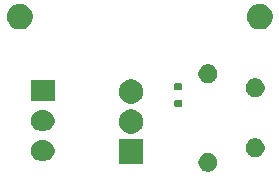
<source format=gts>
G04 #@! TF.GenerationSoftware,KiCad,Pcbnew,9.0.4*
G04 #@! TF.CreationDate,2025-10-14T04:28:12+05:30*
G04 #@! TF.ProjectId,Buck converter,4275636b-2063-46f6-9e76-65727465722e,rev?*
G04 #@! TF.SameCoordinates,Original*
G04 #@! TF.FileFunction,Soldermask,Top*
G04 #@! TF.FilePolarity,Negative*
%FSLAX46Y46*%
G04 Gerber Fmt 4.6, Leading zero omitted, Abs format (unit mm)*
G04 Created by KiCad (PCBNEW 9.0.4) date 2025-10-14 04:28:12*
%MOMM*%
%LPD*%
G01*
G04 APERTURE LIST*
G04 APERTURE END LIST*
G36*
X97732228Y-80234448D02*
G01*
X97877117Y-80294463D01*
X98007515Y-80381592D01*
X98118408Y-80492485D01*
X98205537Y-80622883D01*
X98265552Y-80767772D01*
X98296148Y-80921586D01*
X98296148Y-81078414D01*
X98265552Y-81232228D01*
X98205537Y-81377117D01*
X98118408Y-81507515D01*
X98007515Y-81618408D01*
X97877117Y-81705537D01*
X97732228Y-81765552D01*
X97578414Y-81796148D01*
X97421586Y-81796148D01*
X97267772Y-81765552D01*
X97122883Y-81705537D01*
X96992485Y-81618408D01*
X96881592Y-81507515D01*
X96794463Y-81377117D01*
X96734448Y-81232228D01*
X96703852Y-81078414D01*
X96703852Y-80921586D01*
X96734448Y-80767772D01*
X96794463Y-80622883D01*
X96881592Y-80492485D01*
X96992485Y-80381592D01*
X97122883Y-80294463D01*
X97267772Y-80234448D01*
X97421586Y-80203852D01*
X97578414Y-80203852D01*
X97732228Y-80234448D01*
G37*
G36*
X92035000Y-81115000D02*
G01*
X89965000Y-81115000D01*
X89965000Y-79045000D01*
X92035000Y-79045000D01*
X92035000Y-81115000D01*
G37*
G36*
X83902308Y-79168240D02*
G01*
X84059732Y-79233447D01*
X84201403Y-79328108D01*
X84321891Y-79448596D01*
X84416552Y-79590267D01*
X84481759Y-79747691D01*
X84515000Y-79914804D01*
X84515000Y-80085195D01*
X84485257Y-80234724D01*
X84481758Y-80252311D01*
X84416553Y-80409731D01*
X84416552Y-80409732D01*
X84321891Y-80551403D01*
X84201403Y-80671891D01*
X84106955Y-80734998D01*
X84059731Y-80766553D01*
X83902311Y-80831758D01*
X83902309Y-80831758D01*
X83902308Y-80831759D01*
X83735196Y-80865000D01*
X83735195Y-80865000D01*
X83264805Y-80865000D01*
X83264804Y-80865000D01*
X83097691Y-80831759D01*
X82940267Y-80766552D01*
X82798596Y-80671891D01*
X82678108Y-80551403D01*
X82583447Y-80409732D01*
X82518240Y-80252308D01*
X82485000Y-80085195D01*
X82485000Y-79914804D01*
X82518240Y-79747691D01*
X82583447Y-79590267D01*
X82678108Y-79448596D01*
X82798596Y-79328108D01*
X82940267Y-79233447D01*
X83097691Y-79168240D01*
X83264804Y-79135000D01*
X83735196Y-79135000D01*
X83902308Y-79168240D01*
G37*
G36*
X101732228Y-78999448D02*
G01*
X101877117Y-79059463D01*
X102007515Y-79146592D01*
X102118408Y-79257485D01*
X102205537Y-79387883D01*
X102265552Y-79532772D01*
X102296148Y-79686586D01*
X102296148Y-79843414D01*
X102265552Y-79997228D01*
X102205537Y-80142117D01*
X102118408Y-80272515D01*
X102007515Y-80383408D01*
X101877117Y-80470537D01*
X101732228Y-80530552D01*
X101578414Y-80561148D01*
X101421586Y-80561148D01*
X101267772Y-80530552D01*
X101122883Y-80470537D01*
X100992485Y-80383408D01*
X100881592Y-80272515D01*
X100794463Y-80142117D01*
X100734448Y-79997228D01*
X100703852Y-79843414D01*
X100703852Y-79686586D01*
X100734448Y-79532772D01*
X100794463Y-79387883D01*
X100881592Y-79257485D01*
X100992485Y-79146592D01*
X101122883Y-79059463D01*
X101267772Y-78999448D01*
X101421586Y-78968852D01*
X101578414Y-78968852D01*
X101732228Y-78999448D01*
G37*
G36*
X91091346Y-76509984D02*
G01*
X91101448Y-76509984D01*
X91140923Y-76517836D01*
X91241572Y-76533777D01*
X91273946Y-76544296D01*
X91300445Y-76549567D01*
X91337840Y-76565056D01*
X91396007Y-76583956D01*
X91450496Y-76611719D01*
X91487896Y-76627211D01*
X91510363Y-76642223D01*
X91540689Y-76657675D01*
X91623136Y-76717576D01*
X91656597Y-76739934D01*
X91663737Y-76747074D01*
X91672053Y-76753116D01*
X91786883Y-76867946D01*
X91792924Y-76876261D01*
X91800066Y-76883403D01*
X91822426Y-76916868D01*
X91882324Y-76999310D01*
X91897774Y-77029633D01*
X91912789Y-77052104D01*
X91928282Y-77089508D01*
X91956043Y-77143992D01*
X91974940Y-77202152D01*
X91990433Y-77239555D01*
X91995704Y-77266058D01*
X92006222Y-77298427D01*
X92022162Y-77399068D01*
X92030016Y-77438552D01*
X92030016Y-77448654D01*
X92031624Y-77458807D01*
X92031624Y-77621192D01*
X92030016Y-77631344D01*
X92030016Y-77641448D01*
X92022161Y-77680935D01*
X92006222Y-77781572D01*
X91995705Y-77813938D01*
X91990433Y-77840445D01*
X91974938Y-77877851D01*
X91956043Y-77936007D01*
X91928284Y-77990486D01*
X91912789Y-78027896D01*
X91897772Y-78050370D01*
X91882324Y-78080689D01*
X91822435Y-78163119D01*
X91800066Y-78196597D01*
X91792921Y-78203741D01*
X91786883Y-78212053D01*
X91672053Y-78326883D01*
X91663741Y-78332921D01*
X91656597Y-78340066D01*
X91623119Y-78362435D01*
X91540689Y-78422324D01*
X91510370Y-78437772D01*
X91487896Y-78452789D01*
X91450486Y-78468284D01*
X91396007Y-78496043D01*
X91337851Y-78514938D01*
X91300445Y-78530433D01*
X91273938Y-78535705D01*
X91241572Y-78546222D01*
X91140932Y-78562161D01*
X91101448Y-78570016D01*
X91091345Y-78570016D01*
X91081193Y-78571624D01*
X90918807Y-78571624D01*
X90908655Y-78570016D01*
X90898552Y-78570016D01*
X90859068Y-78562162D01*
X90758427Y-78546222D01*
X90726058Y-78535704D01*
X90699555Y-78530433D01*
X90662152Y-78514940D01*
X90603992Y-78496043D01*
X90549508Y-78468282D01*
X90512104Y-78452789D01*
X90489633Y-78437774D01*
X90459310Y-78422324D01*
X90376868Y-78362426D01*
X90343403Y-78340066D01*
X90336261Y-78332924D01*
X90327946Y-78326883D01*
X90213116Y-78212053D01*
X90207074Y-78203737D01*
X90199934Y-78196597D01*
X90177576Y-78163136D01*
X90117675Y-78080689D01*
X90102223Y-78050363D01*
X90087211Y-78027896D01*
X90071719Y-77990496D01*
X90043956Y-77936007D01*
X90025056Y-77877840D01*
X90009567Y-77840445D01*
X90004296Y-77813946D01*
X89993777Y-77781572D01*
X89977836Y-77680926D01*
X89969984Y-77641448D01*
X89969984Y-77631344D01*
X89968376Y-77621192D01*
X89968376Y-77458807D01*
X89969984Y-77448654D01*
X89969984Y-77438552D01*
X89977835Y-77399077D01*
X89993777Y-77298427D01*
X90004296Y-77266050D01*
X90009567Y-77239555D01*
X90025054Y-77202163D01*
X90043956Y-77143992D01*
X90071722Y-77089497D01*
X90087211Y-77052104D01*
X90102221Y-77029639D01*
X90117675Y-76999310D01*
X90177584Y-76916850D01*
X90199934Y-76883403D01*
X90207071Y-76876265D01*
X90213116Y-76867946D01*
X90327946Y-76753116D01*
X90336265Y-76747071D01*
X90343403Y-76739934D01*
X90376850Y-76717584D01*
X90459310Y-76657675D01*
X90489639Y-76642221D01*
X90512104Y-76627211D01*
X90549497Y-76611722D01*
X90603992Y-76583956D01*
X90662163Y-76565054D01*
X90699555Y-76549567D01*
X90726050Y-76544296D01*
X90758427Y-76533777D01*
X90859077Y-76517835D01*
X90898552Y-76509984D01*
X90908654Y-76509984D01*
X90918807Y-76508376D01*
X91081193Y-76508376D01*
X91091346Y-76509984D01*
G37*
G36*
X83902308Y-76628240D02*
G01*
X84059732Y-76693447D01*
X84201403Y-76788108D01*
X84321891Y-76908596D01*
X84416552Y-77050267D01*
X84481759Y-77207691D01*
X84515000Y-77374804D01*
X84515000Y-77374805D01*
X84515000Y-77545195D01*
X84481758Y-77712311D01*
X84416553Y-77869731D01*
X84416552Y-77869732D01*
X84321891Y-78011403D01*
X84201403Y-78131891D01*
X84106955Y-78194998D01*
X84059731Y-78226553D01*
X83902311Y-78291758D01*
X83902309Y-78291758D01*
X83902308Y-78291759D01*
X83735196Y-78325000D01*
X83735195Y-78325000D01*
X83264805Y-78325000D01*
X83264804Y-78325000D01*
X83097691Y-78291759D01*
X82940267Y-78226552D01*
X82798596Y-78131891D01*
X82678108Y-78011403D01*
X82583447Y-77869732D01*
X82518240Y-77712308D01*
X82485000Y-77545195D01*
X82485000Y-77374804D01*
X82518240Y-77207691D01*
X82583447Y-77050267D01*
X82678108Y-76908596D01*
X82798596Y-76788108D01*
X82940267Y-76693447D01*
X83097691Y-76628240D01*
X83264804Y-76595000D01*
X83735196Y-76595000D01*
X83902308Y-76628240D01*
G37*
G36*
X95257403Y-75711418D02*
G01*
X95306066Y-75743934D01*
X95338582Y-75792597D01*
X95350000Y-75850000D01*
X95350000Y-76150000D01*
X95338582Y-76207403D01*
X95306066Y-76256066D01*
X95257403Y-76288582D01*
X95200000Y-76300000D01*
X94800000Y-76300000D01*
X94742597Y-76288582D01*
X94693934Y-76256066D01*
X94661418Y-76207403D01*
X94650000Y-76150000D01*
X94650000Y-75850000D01*
X94661418Y-75792597D01*
X94693934Y-75743934D01*
X94742597Y-75711418D01*
X94800000Y-75700000D01*
X95200000Y-75700000D01*
X95257403Y-75711418D01*
G37*
G36*
X91091346Y-73969984D02*
G01*
X91101448Y-73969984D01*
X91140923Y-73977836D01*
X91241572Y-73993777D01*
X91273946Y-74004296D01*
X91300445Y-74009567D01*
X91337840Y-74025056D01*
X91396007Y-74043956D01*
X91450496Y-74071719D01*
X91487896Y-74087211D01*
X91510363Y-74102223D01*
X91540689Y-74117675D01*
X91623136Y-74177576D01*
X91656597Y-74199934D01*
X91663737Y-74207074D01*
X91672053Y-74213116D01*
X91786883Y-74327946D01*
X91792924Y-74336261D01*
X91800066Y-74343403D01*
X91822426Y-74376868D01*
X91882324Y-74459310D01*
X91897774Y-74489633D01*
X91912789Y-74512104D01*
X91928282Y-74549508D01*
X91956043Y-74603992D01*
X91974940Y-74662152D01*
X91990433Y-74699555D01*
X91995704Y-74726058D01*
X92006222Y-74758427D01*
X92022162Y-74859068D01*
X92030016Y-74898552D01*
X92030016Y-74908654D01*
X92031624Y-74918807D01*
X92031624Y-75081192D01*
X92030016Y-75091344D01*
X92030016Y-75101448D01*
X92022161Y-75140935D01*
X92006222Y-75241572D01*
X91995705Y-75273938D01*
X91990433Y-75300445D01*
X91974938Y-75337851D01*
X91956043Y-75396007D01*
X91928284Y-75450486D01*
X91912789Y-75487896D01*
X91897772Y-75510370D01*
X91882324Y-75540689D01*
X91822435Y-75623119D01*
X91800066Y-75656597D01*
X91792921Y-75663741D01*
X91786883Y-75672053D01*
X91672053Y-75786883D01*
X91663741Y-75792921D01*
X91656597Y-75800066D01*
X91623119Y-75822435D01*
X91540689Y-75882324D01*
X91510370Y-75897772D01*
X91487896Y-75912789D01*
X91450486Y-75928284D01*
X91396007Y-75956043D01*
X91337851Y-75974938D01*
X91300445Y-75990433D01*
X91273938Y-75995705D01*
X91241572Y-76006222D01*
X91140932Y-76022161D01*
X91101448Y-76030016D01*
X91091345Y-76030016D01*
X91081193Y-76031624D01*
X90918807Y-76031624D01*
X90908655Y-76030016D01*
X90898552Y-76030016D01*
X90859068Y-76022162D01*
X90758427Y-76006222D01*
X90726058Y-75995704D01*
X90699555Y-75990433D01*
X90662152Y-75974940D01*
X90603992Y-75956043D01*
X90549508Y-75928282D01*
X90512104Y-75912789D01*
X90489633Y-75897774D01*
X90459310Y-75882324D01*
X90376868Y-75822426D01*
X90343403Y-75800066D01*
X90336261Y-75792924D01*
X90327946Y-75786883D01*
X90213116Y-75672053D01*
X90207074Y-75663737D01*
X90199934Y-75656597D01*
X90177576Y-75623136D01*
X90117675Y-75540689D01*
X90102223Y-75510363D01*
X90087211Y-75487896D01*
X90071719Y-75450496D01*
X90043956Y-75396007D01*
X90025056Y-75337840D01*
X90009567Y-75300445D01*
X90004296Y-75273946D01*
X89993777Y-75241572D01*
X89977836Y-75140926D01*
X89969984Y-75101448D01*
X89969984Y-75091344D01*
X89968376Y-75081192D01*
X89968376Y-74918807D01*
X89969984Y-74908654D01*
X89969984Y-74898552D01*
X89977835Y-74859077D01*
X89993777Y-74758427D01*
X90004296Y-74726050D01*
X90009567Y-74699555D01*
X90025054Y-74662163D01*
X90043956Y-74603992D01*
X90071722Y-74549497D01*
X90087211Y-74512104D01*
X90102221Y-74489639D01*
X90117675Y-74459310D01*
X90177584Y-74376850D01*
X90199934Y-74343403D01*
X90207071Y-74336265D01*
X90213116Y-74327946D01*
X90327946Y-74213116D01*
X90336265Y-74207071D01*
X90343403Y-74199934D01*
X90376850Y-74177584D01*
X90459310Y-74117675D01*
X90489639Y-74102221D01*
X90512104Y-74087211D01*
X90549497Y-74071722D01*
X90603992Y-74043956D01*
X90662163Y-74025054D01*
X90699555Y-74009567D01*
X90726050Y-74004296D01*
X90758427Y-73993777D01*
X90859077Y-73977835D01*
X90898552Y-73969984D01*
X90908654Y-73969984D01*
X90918807Y-73968376D01*
X91081193Y-73968376D01*
X91091346Y-73969984D01*
G37*
G36*
X84515000Y-75785000D02*
G01*
X84514996Y-75785000D01*
X82485004Y-75785000D01*
X82485000Y-75785000D01*
X82485000Y-74055000D01*
X84515000Y-74055000D01*
X84515000Y-75785000D01*
G37*
G36*
X101732228Y-73919448D02*
G01*
X101877117Y-73979463D01*
X102007515Y-74066592D01*
X102118408Y-74177485D01*
X102205537Y-74307883D01*
X102265552Y-74452772D01*
X102296148Y-74606586D01*
X102296148Y-74763414D01*
X102265552Y-74917228D01*
X102205537Y-75062117D01*
X102118408Y-75192515D01*
X102007515Y-75303408D01*
X101877117Y-75390537D01*
X101732228Y-75450552D01*
X101578414Y-75481148D01*
X101421586Y-75481148D01*
X101267772Y-75450552D01*
X101122883Y-75390537D01*
X100992485Y-75303408D01*
X100881592Y-75192515D01*
X100794463Y-75062117D01*
X100734448Y-74917228D01*
X100703852Y-74763414D01*
X100703852Y-74606586D01*
X100734448Y-74452772D01*
X100794463Y-74307883D01*
X100881592Y-74177485D01*
X100992485Y-74066592D01*
X101122883Y-73979463D01*
X101267772Y-73919448D01*
X101421586Y-73888852D01*
X101578414Y-73888852D01*
X101732228Y-73919448D01*
G37*
G36*
X95257403Y-74311418D02*
G01*
X95306066Y-74343934D01*
X95338582Y-74392597D01*
X95350000Y-74450000D01*
X95350000Y-74750000D01*
X95338582Y-74807403D01*
X95306066Y-74856066D01*
X95257403Y-74888582D01*
X95200000Y-74900000D01*
X94800000Y-74900000D01*
X94742597Y-74888582D01*
X94693934Y-74856066D01*
X94661418Y-74807403D01*
X94650000Y-74750000D01*
X94650000Y-74450000D01*
X94661418Y-74392597D01*
X94693934Y-74343934D01*
X94742597Y-74311418D01*
X94800000Y-74300000D01*
X95200000Y-74300000D01*
X95257403Y-74311418D01*
G37*
G36*
X97732228Y-72734448D02*
G01*
X97877117Y-72794463D01*
X98007515Y-72881592D01*
X98118408Y-72992485D01*
X98205537Y-73122883D01*
X98265552Y-73267772D01*
X98296148Y-73421586D01*
X98296148Y-73578414D01*
X98265552Y-73732228D01*
X98205537Y-73877117D01*
X98118408Y-74007515D01*
X98007515Y-74118408D01*
X97877117Y-74205537D01*
X97732228Y-74265552D01*
X97578414Y-74296148D01*
X97421586Y-74296148D01*
X97267772Y-74265552D01*
X97122883Y-74205537D01*
X96992485Y-74118408D01*
X96881592Y-74007515D01*
X96794463Y-73877117D01*
X96734448Y-73732228D01*
X96703852Y-73578414D01*
X96703852Y-73421586D01*
X96734448Y-73267772D01*
X96794463Y-73122883D01*
X96881592Y-72992485D01*
X96992485Y-72881592D01*
X97122883Y-72794463D01*
X97267772Y-72734448D01*
X97421586Y-72703852D01*
X97578414Y-72703852D01*
X97732228Y-72734448D01*
G37*
G36*
X81816790Y-67580393D02*
G01*
X81980952Y-67633733D01*
X82134748Y-67712096D01*
X82274393Y-67813553D01*
X82396447Y-67935607D01*
X82497904Y-68075252D01*
X82576267Y-68229048D01*
X82629607Y-68393210D01*
X82656609Y-68563695D01*
X82656609Y-68736305D01*
X82629607Y-68906790D01*
X82576267Y-69070952D01*
X82497904Y-69224748D01*
X82396447Y-69364393D01*
X82274393Y-69486447D01*
X82134748Y-69587904D01*
X81980952Y-69666267D01*
X81816790Y-69719607D01*
X81646305Y-69746609D01*
X81473695Y-69746609D01*
X81303210Y-69719607D01*
X81139048Y-69666267D01*
X80985252Y-69587904D01*
X80845607Y-69486447D01*
X80723553Y-69364393D01*
X80622096Y-69224748D01*
X80543733Y-69070952D01*
X80490393Y-68906790D01*
X80463391Y-68736305D01*
X80463391Y-68563695D01*
X80490393Y-68393210D01*
X80543733Y-68229048D01*
X80622096Y-68075252D01*
X80723553Y-67935607D01*
X80845607Y-67813553D01*
X80985252Y-67712096D01*
X81139048Y-67633733D01*
X81303210Y-67580393D01*
X81473695Y-67553391D01*
X81646305Y-67553391D01*
X81816790Y-67580393D01*
G37*
G36*
X102136790Y-67580393D02*
G01*
X102300952Y-67633733D01*
X102454748Y-67712096D01*
X102594393Y-67813553D01*
X102716447Y-67935607D01*
X102817904Y-68075252D01*
X102896267Y-68229048D01*
X102949607Y-68393210D01*
X102976609Y-68563695D01*
X102976609Y-68736305D01*
X102949607Y-68906790D01*
X102896267Y-69070952D01*
X102817904Y-69224748D01*
X102716447Y-69364393D01*
X102594393Y-69486447D01*
X102454748Y-69587904D01*
X102300952Y-69666267D01*
X102136790Y-69719607D01*
X101966305Y-69746609D01*
X101793695Y-69746609D01*
X101623210Y-69719607D01*
X101459048Y-69666267D01*
X101305252Y-69587904D01*
X101165607Y-69486447D01*
X101043553Y-69364393D01*
X100942096Y-69224748D01*
X100863733Y-69070952D01*
X100810393Y-68906790D01*
X100783391Y-68736305D01*
X100783391Y-68563695D01*
X100810393Y-68393210D01*
X100863733Y-68229048D01*
X100942096Y-68075252D01*
X101043553Y-67935607D01*
X101165607Y-67813553D01*
X101305252Y-67712096D01*
X101459048Y-67633733D01*
X101623210Y-67580393D01*
X101793695Y-67553391D01*
X101966305Y-67553391D01*
X102136790Y-67580393D01*
G37*
M02*

</source>
